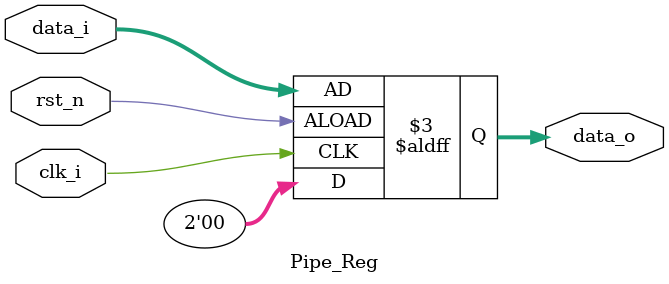
<source format=v>
module Pipe_Reg( clk_i, rst_n, data_i, data_o );

    parameter size = 0;

    input clk_i, rst_n;
    input [size-1:0] data_i;
    output reg [size-1:0] data_o;

    always @ (posedge clk_i or posedge rst_n) begin
        if (rst_n == 0) begin
            data_o <= 1'd0;
        end
        else begin
            data_o <= data_i;
        end
    end

endmodule     





                    
                    

</source>
